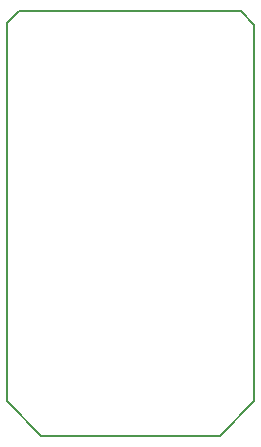
<source format=gko>
G04*
G04 #@! TF.GenerationSoftware,Altium Limited,Altium Designer,20.1.11 (218)*
G04*
G04 Layer_Color=16711935*
%FSLAX25Y25*%
%MOIN*%
G70*
G04*
G04 #@! TF.SameCoordinates,01B7F1E6-864A-458B-A1BD-962147C64F84*
G04*
G04*
G04 #@! TF.FilePolarity,Positive*
G04*
G01*
G75*
%ADD54C,0.00500*%
D54*
X82500Y11500D02*
Y137000D01*
X71000Y0D02*
X82500Y11500D01*
X11500Y0D02*
X71000D01*
X0Y11500D02*
Y137500D01*
Y11500D02*
X11500Y0D01*
X78000Y141500D02*
X82500Y137000D01*
X4000Y141500D02*
X78000D01*
X0Y137500D02*
X4000Y141500D01*
M02*

</source>
